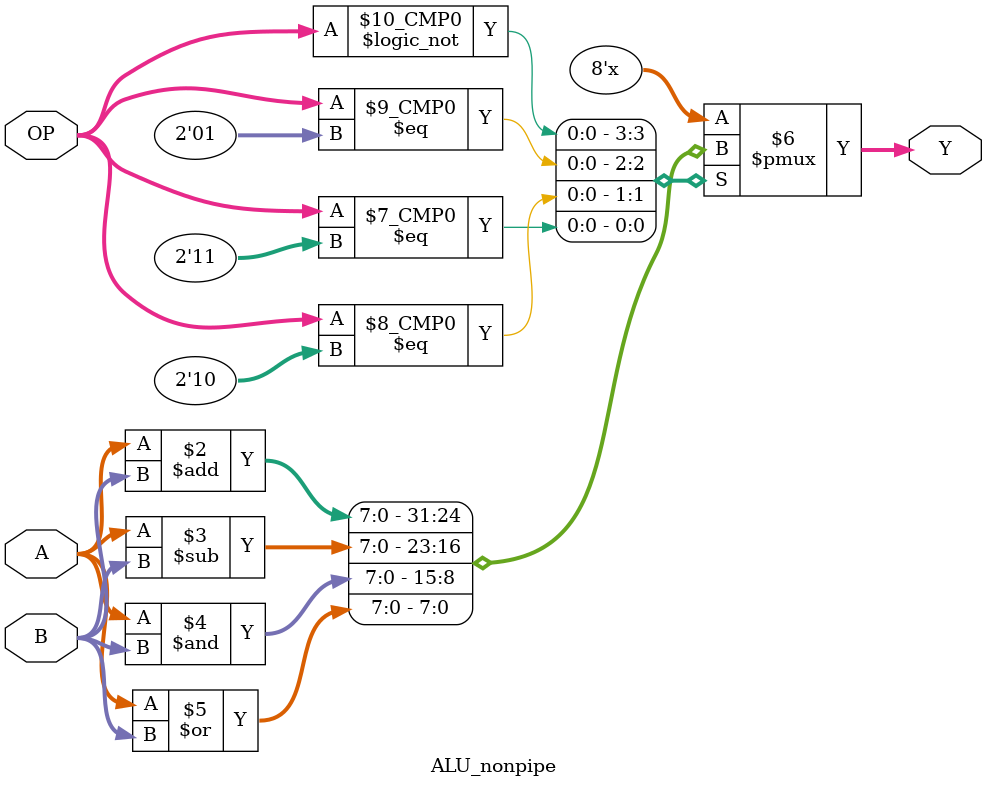
<source format=v>
module ALU_nonpipe (
    input  [7:0] A, B,
    input  [1:0] OP,       // 00: Add, 01: Sub, 10: AND, 11: OR
    output reg [7:0] Y
);
    always @(*) begin
        case(OP)
            2'b00: Y = A + B;   // Adder delay
            2'b01: Y = A - B;   // Subtractor delay
            2'b10: Y = A & B;   // AND delay
            2'b11: Y = A | B;   // OR delay
        endcase
    end
endmodule


</source>
